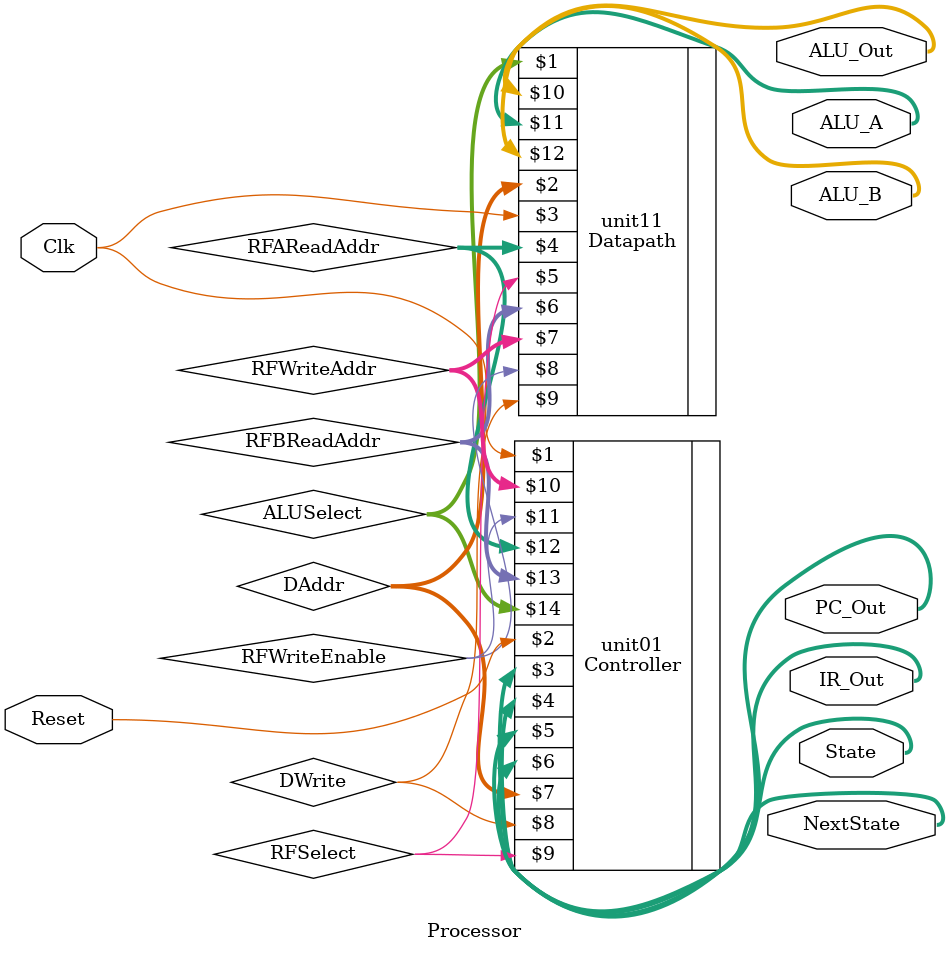
<source format=sv>



module Processor( Clk, Reset, IR_Out, PC_Out, State, NextState, ALU_A, ALU_B, ALU_Out ); 
 
	input Clk;              // processor clock 
	input Reset;            // system reset
	
	output [15:0] IR_Out;   // Instruction register 
	output [6:0] PC_Out;    // Program counter 
	output [3:0] State;     // FSM current state 
	output [3:0] NextState; // FSM next state 
	output [15:0] ALU_A;    // ALU A-Side Input 
	output [15:0] ALU_B;    // ALU B-Side Input 
	output [15:0] ALU_Out;  // ALU current output
	
	wire [2:0] ALUSelect;	
	wire [7:0] DAddr;
	wire DWrite;
	wire [3:0] RFAReadAddr;
	wire [3:0] RFBReadAddr;
	wire RFSelect;
	wire [3:0] RFWriteAddr;
	wire RFWriteEnable;
	

	
	// Controller     (Clk,  Rst,   PC_out,IR_out,OutState,NextState, D_addr, D_wr,   RF_s,    RF_W_addr,    RF_W_en,     RF_Ra_addr,   RF_Rb_addr,    Alu_s0);
	
	Controller unit01( Clk, Reset, PC_Out, IR_Out, State, NextState, DAddr, DWrite, RFSelect, RFWriteAddr, RFWriteEnable, RFAReadAddr, RFBReadAddr, ALUSelect );
	
	//module Datapath(ALUSelect, DAddr, Clk, ReadAddrA,   RFSelect, ReadAddrB,   WriteAddr,     RF_W_En,     RAM_En, ALUOut, ALUAIn, ALUBIn );
	
	Datapath unit11 ( ALUSelect, DAddr, Clk, RFAReadAddr, RFSelect, RFBReadAddr, RFWriteAddr, RFWriteEnable, DWrite , ALU_Out, ALU_A, ALU_B );
	
endmodule
	
</source>
